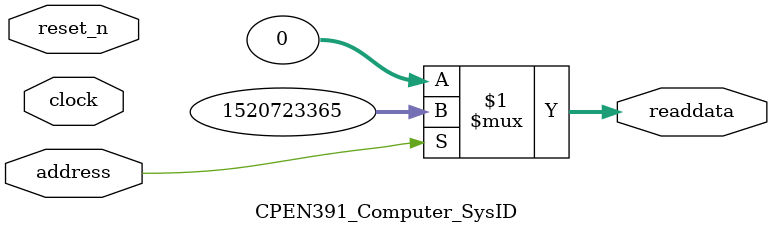
<source format=v>

`timescale 1ns / 1ps
// synthesis translate_on

// turn off superfluous verilog processor warnings 
// altera message_level Level1 
// altera message_off 10034 10035 10036 10037 10230 10240 10030 

module CPEN391_Computer_SysID (
               // inputs:
                address,
                clock,
                reset_n,

               // outputs:
                readdata
             )
;

  output  [ 31: 0] readdata;
  input            address;
  input            clock;
  input            reset_n;

  wire    [ 31: 0] readdata;
  //control_slave, which is an e_avalon_slave
  assign readdata = address ? 1520723365 : 0;

endmodule




</source>
